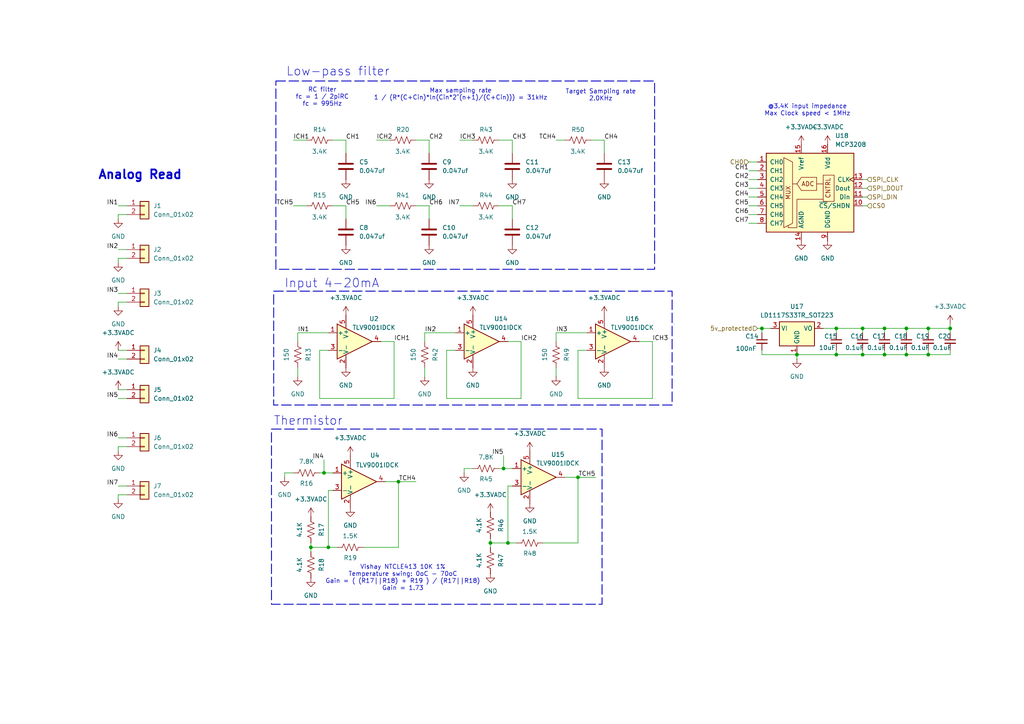
<source format=kicad_sch>
(kicad_sch (version 20231120) (generator "eeschema") (generator_version "8.0")
  (paper "A4")
  (lib_symbols
    (symbol "Amplifier_Operational:TLV9001IDCK" (pin_names (offset 0.127))
      (property "Reference" "U" (at 7.62 2.54 0))
      (property "Value" "TLV9001IDCK" (at 11.43 -2.54 0))
      (symbol "TLV9001IDCK_0_1"
        (polyline (pts (xy -2.54 5.08) (xy -2.54 -5.08) (xy 7.62 0) (xy -2.54 5.08)) (stroke (width 0.254)) (fill (type background)))
      )
      (symbol "TLV9001IDCK_1_1"
        (pin input line (at -5.08 2.54 0) (length 2.54) (name "+") (number "1"))
        (pin power_in line (at 0 -7.62 90) (length 3.81) (name "V-") (number "2"))
        (pin input line (at -5.08 -2.54 0) (length 2.54) (name "-") (number "3"))
        (pin output line (at 10.16 0 180) (length 2.54) (name "~") (number "4"))
        (pin power_in line (at 0 7.62 270) (length 3.81) (name "V+") (number "5"))
      )
    )
    (symbol "Analog_ADC:MCP3208" (pin_names (offset 1.016))
      (property "Reference" "U" (at -5.08 13.335 0))
      (property "Value" "MCP3208" (at -5.08 11.43 0))
      (symbol "MCP3208_0_0"
        (text "ADC" (at -0.635 1.27 0) (effects (font (size 1.27 1.27))))
        (text "CNTRL" (at 5.969 -2.921 900) (effects (font (size 1.27 1.27)) (justify left bottom)))
        (text "MUX" (at -6.35 -1.27 900) (effects (font (size 1.27 1.27))))
      )
      (symbol "MCP3208_0_1"
        (polyline (pts (xy -3.81 1.27) (xy -5.08 1.27)))
        (polyline (pts (xy 1.905 1.27) (xy 3.81 1.27)))
        (polyline (pts (xy -7.62 8.89) (xy -7.62 -11.43) (xy -5.08 -10.16) (xy -5.08 7.62) (xy -7.62 8.89)))
        (polyline (pts (xy 3.81 -3.175) (xy -3.81 -3.175) (xy -3.81 -11.43) (xy -6.35 -11.43) (xy -6.35 -10.795)))
        (polyline (pts (xy 1.905 3.175) (xy 1.905 -0.635) (xy -2.54 -0.635) (xy -3.81 1.27) (xy -2.54 3.175) (xy 1.905 3.175)))
        (rectangle (start 3.81 -3.81) (end 6.985 3.81))
        (rectangle (start 12.7 -12.7) (end -12.7 10.16) (stroke (width 0.254)) (fill (type background)))
      )
      (symbol "MCP3208_1_1"
        (pin input line (at -15.24 7.62 0) (length 2.54) (name "CH0") (number "1"))
        (pin input line (at 15.24 -5.08 180) (length 2.54) (name "~{CS}/SHDN") (number "10"))
        (pin input line (at 15.24 -2.54 180) (length 2.54) (name "Din") (number "11"))
        (pin output line (at 15.24 0 180) (length 2.54) (name "Dout") (number "12"))
        (pin input clock (at 15.24 2.54 180) (length 2.54) (name "CLK") (number "13"))
        (pin power_in line (at -2.54 -15.24 90) (length 2.54) (name "AGND") (number "14"))
        (pin power_in line (at -2.54 12.7 270) (length 2.54) (name "Vref") (number "15"))
        (pin power_in line (at 5.08 12.7 270) (length 2.54) (name "Vdd") (number "16"))
        (pin input line (at -15.24 5.08 0) (length 2.54) (name "CH1") (number "2"))
        (pin input line (at -15.24 2.54 0) (length 2.54) (name "CH2") (number "3"))
        (pin input line (at -15.24 0 0) (length 2.54) (name "CH3") (number "4"))
        (pin input line (at -15.24 -2.54 0) (length 2.54) (name "CH4") (number "5"))
        (pin input line (at -15.24 -5.08 0) (length 2.54) (name "CH5") (number "6"))
        (pin input line (at -15.24 -7.62 0) (length 2.54) (name "CH6") (number "7"))
        (pin input line (at -15.24 -10.16 0) (length 2.54) (name "CH7") (number "8"))
        (pin power_in line (at 5.08 -15.24 90) (length 2.54) (name "DGND") (number "9"))
      )
    )
    (symbol "Connector_Generic:Conn_01x02" (pin_names (offset 1.016) hide)
      (property "Reference" "J" (at 0 2.54 0))
      (property "Value" "Conn_01x02" (at 0 -5.08 0))
      (symbol "Conn_01x02_1_1"
        (rectangle (start -1.27 -2.413) (end 0 -2.667) (stroke (width 0.1524)))
        (rectangle (start -1.27 0.127) (end 0 -0.127) (stroke (width 0.1524)))
        (rectangle (start -1.27 1.27) (end 1.27 -3.81) (stroke (width 0.254)) (fill (type background)))
        (pin passive line (at -5.08 0 0) (length 3.81) (name "Pin_1") (number "1"))
        (pin passive line (at -5.08 -2.54 0) (length 3.81) (name "Pin_2") (number "2"))
      )
    )
    (symbol "Device:C" (pin_numbers hide) (pin_names (offset 0.254))
      (property "Reference" "C" (at 0.635 2.54 0))
      (property "Value" "C" (at 0.635 -2.54 0))
      (symbol "C_0_1"
        (polyline (pts (xy -2.032 -0.762) (xy 2.032 -0.762)) (stroke (width 0.508)))
        (polyline (pts (xy -2.032 0.762) (xy 2.032 0.762)) (stroke (width 0.508)))
      )
      (symbol "C_1_1"
        (pin passive line (at 0 3.81 270) (length 2.794) (name "~") (number "1"))
        (pin passive line (at 0 -3.81 90) (length 2.794) (name "~") (number "2"))
      )
    )
    (symbol "Device:C_Small" (pin_numbers hide) (pin_names (offset 0.254) hide)
      (property "Reference" "C" (at 0.254 1.778 0))
      (property "Value" "C_Small" (at 0.254 -2.032 0))
      (symbol "C_Small_0_1"
        (polyline (pts (xy -1.524 -0.508) (xy 1.524 -0.508)) (stroke (width 0.3302)))
        (polyline (pts (xy -1.524 0.508) (xy 1.524 0.508)) (stroke (width 0.3048)))
      )
      (symbol "C_Small_1_1"
        (pin passive line (at 0 2.54 270) (length 2.032) (name "~") (number "1"))
        (pin passive line (at 0 -2.54 90) (length 2.032) (name "~") (number "2"))
      )
    )
    (symbol "Device:R_US" (pin_numbers hide) (pin_names (offset 0))
      (property "Reference" "R" (at 2.54 0 90))
      (property "Value" "R_US" (at -2.54 0 90))
      (symbol "R_US_0_1"
        (polyline (pts (xy 0 -2.286) (xy 0 -2.54)))
        (polyline (pts (xy 0 2.286) (xy 0 2.54)))
        (polyline (pts (xy 0 -0.762) (xy 1.016 -1.143) (xy 0 -1.524) (xy -1.016 -1.905) (xy 0 -2.286)))
        (polyline (pts (xy 0 0.762) (xy 1.016 0.381) (xy 0 0) (xy -1.016 -0.381) (xy 0 -0.762)))
        (polyline (pts (xy 0 2.286) (xy 1.016 1.905) (xy 0 1.524) (xy -1.016 1.143) (xy 0 0.762)))
      )
      (symbol "R_US_1_1"
        (pin passive line (at 0 3.81 270) (length 1.27) (name "~") (number "1"))
        (pin passive line (at 0 -3.81 90) (length 1.27) (name "~") (number "2"))
      )
    )
    (symbol "Regulator_Linear:LD1117S33TR_SOT223"
      (property "Reference" "U" (at -3.81 3.175 0))
      (property "Value" "LD1117S33TR_SOT223" (at 0 3.175 0))
      (symbol "LD1117S33TR_SOT223_0_1"
        (rectangle (start -5.08 -5.08) (end 5.08 1.905) (stroke (width 0.254)) (fill (type background)))
      )
      (symbol "LD1117S33TR_SOT223_1_1"
        (pin power_in line (at 0 -7.62 90) (length 2.54) (name "GND") (number "1"))
        (pin power_out line (at 7.62 0 180) (length 2.54) (name "VO") (number "2"))
        (pin power_in line (at -7.62 0 0) (length 2.54) (name "VI") (number "3"))
      )
    )
    (symbol "power:+3.3VADC" (power) (pin_numbers hide) (pin_names (offset 0) hide)
      (property "Value" "+3.3VADC" (at 0 3.556 0))
      (symbol "+3.3VADC_0_0"
        (pin power_in line (at 0 0 90) (length 0) (name "~") (number "1"))
      )
      (symbol "+3.3VADC_0_1"
        (polyline (pts (xy -0.762 1.27) (xy 0 2.54)))
        (polyline (pts (xy 0 0) (xy 0 2.54)))
        (polyline (pts (xy 0 2.54) (xy 0.762 1.27)))
      )
    )
    (symbol "power:GND" (power) (pin_numbers hide) (pin_names (offset 0) hide)
      (property "Value" "GND" (at 0 -3.81 0))
      (symbol "GND_0_1"
        (polyline (pts (xy 0 0) (xy 0 -1.27) (xy 1.27 -1.27) (xy 0 -2.54) (xy -1.27 -1.27) (xy 0 -1.27)))
      )
      (symbol "GND_1_1"
        (pin power_in line (at 0 0 270) (length 0) (name "~") (number "1"))
      )
    )
  )
  (junction (at 275.59 95.25))
  (junction (at 269.24 95.25))
  (junction (at 115.57 139.7))
  (junction (at 262.89 95.25))
  (junction (at 250.19 102.87))
  (junction (at 167.64 138.43))
  (junction (at 250.19 95.25))
  (junction (at 256.54 95.25))
  (junction (at 93.98 137.16))
  (junction (at 95.25 158.75))
  (junction (at 231.14 102.87))
  (junction (at 262.89 102.87))
  (junction (at 220.98 95.25))
  (junction (at 256.54 102.87))
  (junction (at 90.17 158.75))
  (junction (at 242.57 102.87))
  (junction (at 269.24 102.87))
  (junction (at 142.24 157.48))
  (junction (at 147.32 157.48))
  (junction (at 146.05 135.89))
  (junction (at 242.57 95.25))
  (wire (pts (xy 142.24 157.48) (xy 142.24 158.75)))
  (wire (pts (xy 36.83 74.93) (xy 34.29 74.93)))
  (wire (pts (xy 220.98 95.25) (xy 223.52 95.25)))
  (wire (pts (xy 109.22 40.64) (xy 113.03 40.64)))
  (wire (pts (xy 256.54 101.6) (xy 256.54 102.87)))
  (wire (pts (xy 34.29 74.93) (xy 34.29 76.2)))
  (wire (pts (xy 161.29 106.68) (xy 161.29 109.22)))
  (wire (pts (xy 129.54 101.6) (xy 132.08 101.6)))
  (wire (pts (xy 36.83 129.54) (xy 34.29 129.54)))
  (wire (pts (xy 34.29 62.23) (xy 34.29 63.5)))
  (wire (pts (xy 96.52 40.64) (xy 100.33 40.64)))
  (wire (pts (xy 217.17 49.53) (xy 219.71 49.53)))
  (wire (pts (xy 167.64 138.43) (xy 172.72 138.43)))
  (wire (pts (xy 114.3 115.57) (xy 92.71 115.57)))
  (wire (pts (xy 242.57 101.6) (xy 242.57 102.87)))
  (wire (pts (xy 217.17 62.23) (xy 219.71 62.23)))
  (wire (pts (xy 262.89 95.25) (xy 262.89 96.52)))
  (wire (pts (xy 95.25 142.24) (xy 96.52 142.24)))
  (wire (pts (xy 147.32 140.97) (xy 148.59 140.97)))
  (wire (pts (xy 161.29 40.64) (xy 163.83 40.64)))
  (wire (pts (xy 134.62 135.89) (xy 134.62 137.16)))
  (wire (pts (xy 250.19 101.6) (xy 250.19 102.87)))
  (wire (pts (xy 242.57 95.25) (xy 250.19 95.25)))
  (wire (pts (xy 147.32 157.48) (xy 147.32 140.97)))
  (wire (pts (xy 93.98 133.35) (xy 93.98 137.16)))
  (wire (pts (xy 95.25 158.75) (xy 95.25 142.24)))
  (wire (pts (xy 36.83 104.14) (xy 34.29 104.14)))
  (wire (pts (xy 123.19 106.68) (xy 123.19 109.22)))
  (wire (pts (xy 167.64 138.43) (xy 167.64 157.48)))
  (wire (pts (xy 275.59 93.98) (xy 275.59 95.25)))
  (wire (pts (xy 151.13 99.06) (xy 151.13 115.57)))
  (wire (pts (xy 123.19 96.52) (xy 123.19 99.06)))
  (wire (pts (xy 217.17 46.99) (xy 219.71 46.99)))
  (wire (pts (xy 146.05 132.08) (xy 146.05 135.89)))
  (wire (pts (xy 85.09 137.16) (xy 82.55 137.16)))
  (wire (pts (xy 262.89 101.6) (xy 262.89 102.87)))
  (wire (pts (xy 96.52 59.69) (xy 100.33 59.69)))
  (wire (pts (xy 92.71 137.16) (xy 93.98 137.16)))
  (wire (pts (xy 34.29 85.09) (xy 36.83 85.09)))
  (wire (pts (xy 115.57 139.7) (xy 115.57 158.75)))
  (wire (pts (xy 144.78 59.69) (xy 148.59 59.69)))
  (wire (pts (xy 269.24 95.25) (xy 269.24 96.52)))
  (wire (pts (xy 275.59 95.25) (xy 275.59 96.52)))
  (wire (pts (xy 242.57 95.25) (xy 242.57 96.52)))
  (wire (pts (xy 167.64 157.48) (xy 157.48 157.48)))
  (wire (pts (xy 250.19 95.25) (xy 250.19 96.52)))
  (wire (pts (xy 147.32 99.06) (xy 151.13 99.06)))
  (wire (pts (xy 34.29 87.63) (xy 34.29 88.9)))
  (wire (pts (xy 36.83 62.23) (xy 34.29 62.23)))
  (wire (pts (xy 250.19 102.87) (xy 256.54 102.87)))
  (wire (pts (xy 262.89 102.87) (xy 269.24 102.87)))
  (wire (pts (xy 115.57 139.7) (xy 120.65 139.7)))
  (wire (pts (xy 90.17 157.48) (xy 90.17 158.75)))
  (wire (pts (xy 86.36 106.68) (xy 86.36 109.22)))
  (wire (pts (xy 217.17 54.61) (xy 219.71 54.61)))
  (wire (pts (xy 149.86 157.48) (xy 147.32 157.48)))
  (wire (pts (xy 231.14 102.87) (xy 231.14 104.14)))
  (wire (pts (xy 242.57 102.87) (xy 231.14 102.87)))
  (wire (pts (xy 97.79 158.75) (xy 95.25 158.75)))
  (wire (pts (xy 220.98 102.87) (xy 231.14 102.87)))
  (wire (pts (xy 109.22 59.69) (xy 113.03 59.69)))
  (wire (pts (xy 256.54 95.25) (xy 262.89 95.25)))
  (wire (pts (xy 95.25 158.75) (xy 90.17 158.75)))
  (wire (pts (xy 250.19 57.15) (xy 251.46 57.15)))
  (wire (pts (xy 34.29 143.51) (xy 34.29 144.78)))
  (wire (pts (xy 34.29 59.69) (xy 36.83 59.69)))
  (wire (pts (xy 100.33 40.64) (xy 100.33 44.45)))
  (wire (pts (xy 124.46 59.69) (xy 124.46 63.5)))
  (wire (pts (xy 34.29 127) (xy 36.83 127)))
  (wire (pts (xy 269.24 95.25) (xy 275.59 95.25)))
  (wire (pts (xy 133.35 59.69) (xy 137.16 59.69)))
  (wire (pts (xy 148.59 40.64) (xy 148.59 44.45)))
  (wire (pts (xy 34.29 129.54) (xy 34.29 130.81)))
  (wire (pts (xy 144.78 40.64) (xy 148.59 40.64)))
  (wire (pts (xy 142.24 156.21) (xy 142.24 157.48)))
  (wire (pts (xy 163.83 138.43) (xy 167.64 138.43)))
  (wire (pts (xy 275.59 101.6) (xy 275.59 102.87)))
  (wire (pts (xy 111.76 139.7) (xy 115.57 139.7)))
  (wire (pts (xy 250.19 54.61) (xy 251.46 54.61)))
  (wire (pts (xy 36.83 115.57) (xy 34.29 115.57)))
  (wire (pts (xy 123.19 96.52) (xy 132.08 96.52)))
  (wire (pts (xy 82.55 137.16) (xy 82.55 138.43)))
  (wire (pts (xy 100.33 59.69) (xy 100.33 63.5)))
  (wire (pts (xy 115.57 158.75) (xy 105.41 158.75)))
  (wire (pts (xy 93.98 137.16) (xy 96.52 137.16)))
  (wire (pts (xy 238.76 95.25) (xy 242.57 95.25)))
  (wire (pts (xy 217.17 64.77) (xy 219.71 64.77)))
  (wire (pts (xy 34.29 101.6) (xy 36.83 101.6)))
  (wire (pts (xy 262.89 95.25) (xy 269.24 95.25)))
  (wire (pts (xy 124.46 40.64) (xy 124.46 44.45)))
  (wire (pts (xy 217.17 52.07) (xy 219.71 52.07)))
  (wire (pts (xy 256.54 95.25) (xy 256.54 96.52)))
  (wire (pts (xy 92.71 115.57) (xy 92.71 101.6)))
  (wire (pts (xy 250.19 59.69) (xy 251.46 59.69)))
  (wire (pts (xy 217.17 59.69) (xy 219.71 59.69)))
  (wire (pts (xy 167.64 101.6) (xy 170.18 101.6)))
  (wire (pts (xy 34.29 113.03) (xy 36.83 113.03)))
  (wire (pts (xy 220.98 101.6) (xy 220.98 102.87)))
  (wire (pts (xy 114.3 99.06) (xy 114.3 115.57)))
  (wire (pts (xy 161.29 96.52) (xy 161.29 99.06)))
  (wire (pts (xy 256.54 102.87) (xy 262.89 102.87)))
  (wire (pts (xy 36.83 87.63) (xy 34.29 87.63)))
  (wire (pts (xy 175.26 40.64) (xy 175.26 44.45)))
  (wire (pts (xy 189.23 99.06) (xy 189.23 115.57)))
  (wire (pts (xy 242.57 102.87) (xy 250.19 102.87)))
  (wire (pts (xy 219.71 95.25) (xy 220.98 95.25)))
  (wire (pts (xy 220.98 95.25) (xy 220.98 96.52)))
  (wire (pts (xy 167.64 115.57) (xy 167.64 101.6)))
  (wire (pts (xy 34.29 140.97) (xy 36.83 140.97)))
  (wire (pts (xy 120.65 40.64) (xy 124.46 40.64)))
  (wire (pts (xy 90.17 158.75) (xy 90.17 160.02)))
  (wire (pts (xy 147.32 157.48) (xy 142.24 157.48)))
  (wire (pts (xy 133.35 40.64) (xy 137.16 40.64)))
  (wire (pts (xy 148.59 59.69) (xy 148.59 63.5)))
  (wire (pts (xy 92.71 101.6) (xy 95.25 101.6)))
  (wire (pts (xy 161.29 96.52) (xy 170.18 96.52)))
  (wire (pts (xy 250.19 95.25) (xy 256.54 95.25)))
  (wire (pts (xy 86.36 96.52) (xy 86.36 99.06)))
  (wire (pts (xy 137.16 135.89) (xy 134.62 135.89)))
  (wire (pts (xy 250.19 52.07) (xy 251.46 52.07)))
  (wire (pts (xy 110.49 99.06) (xy 114.3 99.06)))
  (wire (pts (xy 86.36 96.52) (xy 95.25 96.52)))
  (wire (pts (xy 189.23 115.57) (xy 167.64 115.57)))
  (wire (pts (xy 269.24 102.87) (xy 275.59 102.87)))
  (wire (pts (xy 217.17 57.15) (xy 219.71 57.15)))
  (wire (pts (xy 36.83 143.51) (xy 34.29 143.51)))
  (wire (pts (xy 129.54 115.57) (xy 129.54 101.6)))
  (wire (pts (xy 85.09 40.64) (xy 88.9 40.64)))
  (wire (pts (xy 144.78 135.89) (xy 146.05 135.89)))
  (wire (pts (xy 120.65 59.69) (xy 124.46 59.69)))
  (wire (pts (xy 146.05 135.89) (xy 148.59 135.89)))
  (wire (pts (xy 151.13 115.57) (xy 129.54 115.57)))
  (wire (pts (xy 171.45 40.64) (xy 175.26 40.64)))
  (wire (pts (xy 269.24 101.6) (xy 269.24 102.87)))
  (wire (pts (xy 185.42 99.06) (xy 189.23 99.06)))
  (wire (pts (xy 34.29 72.39) (xy 36.83 72.39)))
  (wire (pts (xy 85.09 59.69) (xy 88.9 59.69)))
  (rectangle (start 195.58 93.98) (end 195.58 93.98))
  (rectangle (start 80.01 23.495) (end 189.865 78.105) (stroke (width 0.254) (type dash)))
  (rectangle (start 78.74 124.46) (end 174.625 175.26) (stroke (width 0.254) (type dash)))
  (rectangle (start 79.375 84.455) (end 194.945 117.475) (stroke (width 0.254) (type dash)))
  (text "RC filter\nfc = 1 / 2piRC\nfc = 995Hz" (at 93.472 28.194 0) (effects (font (size 1.27 1.27))))
  (text "Low-pass filter" (at 98.044 20.828 0) (effects (font (size 2.54 2.54))))
  (text "Input 4-20mA\n" (at 96.266 82.296 0) (effects (font (size 2.54 2.54))))
  (text "Thermistor" (at 89.408 122.174 0) (effects (font (size 2.54 2.54))))
  (text "Target Sampling rate\n2.0KHz\n" (at 174.244 27.686 0) (effects (font (size 1.27 1.27))))
  (text "Vishay NTCLE413 10K 1%\nTemperature swing: 0oC - 70oC\nGain = ( (R17||R18) + R19 ) / (R17||R18)\nGain = 1.73" (at 116.84 167.64 0) (effects (font (size 1.27 1.27))))
  (text "Max sampling rate\n1 / (R*(C+Cin)*ln(Cin*2^(n+1)/(C+Cin))) = 31kHz" (at 133.604 27.432 0) (effects (font (size 1.27 1.27))))
  (text "@3.4K input impedance\nMax Clock speed < 1MHz\n" (at 234.188 32.004 0) (effects (font (size 1.27 1.27))))
  (text "Analog Read" (at 40.64 50.8 0) (effects (font (size 2.54 2.54) (thickness 0.508) (bold yes))))
  (label "ICH1" (at 114.3 99.06 0))
  (label "CH2" (at 217.17 52.07 180))
  (label "IN1" (at 86.36 96.52 0))
  (label "ICH2" (at 151.13 99.06 0))
  (label "CH5" (at 217.17 59.69 180))
  (label "ICH1" (at 85.09 40.64 0))
  (label "CH1" (at 100.33 40.64 0))
  (label "TCH5" (at 85.09 59.69 180))
  (label "CH4" (at 217.17 57.15 180))
  (label "IN1" (at 34.29 59.69 180))
  (label "CH4" (at 175.26 40.64 0))
  (label "IN3" (at 161.29 96.52 0))
  (label "CH5" (at 100.33 59.69 0))
  (label "IN4" (at 93.98 133.35 180))
  (label "CH6" (at 217.17 62.23 180))
  (label "TCH4" (at 161.29 40.64 180))
  (label "IN6" (at 109.22 59.69 180))
  (label "TCH4" (at 120.65 139.7 180))
  (label "CH2" (at 124.46 40.64 0))
  (label "CH1" (at 217.17 49.53 180))
  (label "IN7" (at 133.35 59.69 180))
  (label "IN2" (at 123.19 96.52 0))
  (label "ICH3" (at 189.23 99.06 0))
  (label "IN6" (at 34.29 127 180))
  (label "CH3" (at 148.59 40.64 0))
  (label "IN7" (at 34.29 140.97 180))
  (label "CH7" (at 217.17 64.77 180))
  (label "IN4" (at 34.29 104.14 180))
  (label "TCH5" (at 172.72 138.43 180))
  (label "CH3" (at 217.17 54.61 180))
  (label "IN3" (at 34.29 85.09 180))
  (label "IN5" (at 34.29 115.57 180))
  (label "IN2" (at 34.29 72.39 180))
  (label "ICH2" (at 109.22 40.64 0))
  (label "CH6" (at 124.46 59.69 0))
  (label "CH7" (at 148.59 59.69 0))
  (label "IN5" (at 146.05 132.08 180))
  (label "ICH3" (at 133.35 40.64 0))
  (hierarchical_label "SPI_DIN" (shape input) (at 251.46 57.15 0))
  (hierarchical_label "SPI_CLK" (shape input) (at 251.46 52.07 0))
  (hierarchical_label "CH0" (shape input) (at 217.17 46.99 180))
  (hierarchical_label "CS0" (shape input) (at 251.46 59.69 0))
  (hierarchical_label "5v_protected" (shape input) (at 219.71 95.25 180))
  (hierarchical_label "SPI_DOUT" (shape input) (at 251.46 54.61 0))
  (symbol (lib_id "power:+3.3VADC") (at 34.29 101.6 0) (unit 1)
    (property "Reference" "#PWR022" (effects (hide yes)))
    (property "Value" "+3.3VADC" (at 34.29 96.52 0))
    (property "Description" "Power symbol creates a global label with name \"+3.3VADC\"" (effects (hide yes)))
  )
  (symbol (lib_id "Amplifier_Operational:TLV9001IDCK") (at 153.67 138.43 0) (unit 1)
    (property "Reference" "U15" (at 161.798 131.826 0))
    (property "Value" "TLV9001IDCK" (at 161.798 134.366 0))
    (property "Footprint" "Package_TO_SOT_SMD:SOT-353_SC-70-5" (effects (hide yes)))
    (property "Datasheet" "https://www.ti.com/lit/ds/symlink/tlv9001.pdf" (effects (hide yes)))
    (property "Description" "Low-power, Rail-to-Rail, 1MHz Operational Amplifier, SOT-353" (effects (hide yes)))
  )
  (symbol (lib_id "Device:R_US") (at 153.67 157.48 90) (unit 1)
    (property "Reference" "R48" (at 153.67 160.528 90))
    (property "Value" "1.5K" (at 153.67 154.178 90))
    (property "Footprint" "Resistor_SMD:R_0603_1608Metric_Pad0.98x0.95mm_HandSolder" (effects (hide yes)))
    (property "Description" "Resistor, US symbol" (effects (hide yes)))
  )
  (symbol (lib_id "power:+3.3VADC") (at 100.33 91.44 0) (unit 1)
    (property "Reference" "#PWR053" (effects (hide yes)))
    (property "Value" "+3.3VADC" (at 100.33 86.36 0))
    (property "Description" "Power symbol creates a global label with name \"+3.3VADC\"" (effects (hide yes)))
  )
  (symbol (lib_id "Device:R_US") (at 116.84 40.64 270) (unit 1)
    (property "Reference" "R20" (at 116.84 37.592 90))
    (property "Value" "3.4K" (at 116.84 43.942 90))
    (property "Footprint" "Resistor_SMD:R_0603_1608Metric_Pad0.98x0.95mm_HandSolder" (effects (hide yes)))
    (property "Description" "Resistor, US symbol" (effects (hide yes)))
  )
  (symbol (lib_id "power:GND") (at 34.29 63.5 0) (unit 1)
    (property "Reference" "#PWR019" (effects (hide yes)))
    (property "Value" "GND" (at 34.29 68.58 0))
    (property "Description" "Power symbol creates a global label with name \"GND\" , ground" (effects (hide yes)))
  )
  (symbol (lib_id "power:GND") (at 34.29 130.81 0) (unit 1)
    (property "Reference" "#PWR024" (effects (hide yes)))
    (property "Value" "GND" (at 34.29 135.89 0))
    (property "Description" "Power symbol creates a global label with name \"GND\" , ground" (effects (hide yes)))
  )
  (symbol (lib_id "Analog_ADC:MCP3208") (at 234.95 54.61 0) (unit 1)
    (property "Reference" "U18" (at 242.2241 39.37 0) (effects (justify left)))
    (property "Value" "MCP3208" (at 242.2241 41.91 0) (effects (justify left)))
    (property "Footprint" "Package_DIP:DIP-16_W7.62mm_Socket" (effects (hide yes)))
    (property "Datasheet" "http://ww1.microchip.com/downloads/en/DeviceDoc/21298c.pdf" (effects (hide yes)))
    (property "Description" "A/D Converter, 12-Bit, 8-Channel, SPI Interface , 2.7V-5.5V" (effects (hide yes)))
  )
  (symbol (lib_id "Device:R_US") (at 142.24 152.4 180) (unit 1)
    (property "Reference" "R46" (at 145.288 152.4 90))
    (property "Value" "4.1K" (at 138.938 152.4 90))
    (property "Footprint" "Resistor_SMD:R_0603_1608Metric_Pad0.98x0.95mm_HandSolder" (effects (hide yes)))
    (property "Description" "Resistor, US symbol" (effects (hide yes)))
  )
  (symbol (lib_id "Device:C") (at 100.33 67.31 0) (unit 1)
    (property "Reference" "C8" (at 104.14 66.0399 0) (effects (justify left)))
    (property "Value" "0.047uf" (at 104.14 68.5799 0) (effects (justify left)))
    (property "Footprint" "Capacitor_SMD:C_0603_1608Metric" (effects (hide yes)))
    (property "Description" "Unpolarized capacitor" (effects (hide yes)))
  )
  (symbol (lib_id "Device:C") (at 124.46 67.31 0) (unit 1)
    (property "Reference" "C10" (at 128.27 66.0399 0) (effects (justify left)))
    (property "Value" "0.047uf" (at 128.27 68.5799 0) (effects (justify left)))
    (property "Footprint" "Capacitor_SMD:C_0603_1608Metric" (effects (hide yes)))
    (property "Description" "Unpolarized capacitor" (effects (hide yes)))
  )
  (symbol (lib_id "power:GND") (at 148.59 52.07 0) (unit 1)
    (property "Reference" "#PWR088" (effects (hide yes)))
    (property "Value" "GND" (at 148.59 57.15 0))
    (property "Description" "Power symbol creates a global label with name \"GND\" , ground" (effects (hide yes)))
  )
  (symbol (lib_id "Device:C_Small") (at 256.54 99.06 0) (unit 1)
    (property "Reference" "C17" (at 252.984 97.536 0) (effects (justify left)))
    (property "Value" "0.1uF" (at 251.46 100.838 0) (effects (justify left)))
    (property "Footprint" "Capacitor_SMD:C_0603_1608Metric_Pad1.08x0.95mm_HandSolder" (effects (hide yes)))
    (property "Description" "Unpolarized capacitor, small symbol" (effects (hide yes)))
  )
  (symbol (lib_id "Device:C_Small") (at 250.19 99.06 0) (unit 1)
    (property "Reference" "C16" (at 246.634 97.536 0) (effects (justify left)))
    (property "Value" "0.1uF" (at 245.11 100.838 0) (effects (justify left)))
    (property "Footprint" "Capacitor_SMD:C_0603_1608Metric_Pad1.08x0.95mm_HandSolder" (effects (hide yes)))
    (property "Description" "Unpolarized capacitor, small symbol" (effects (hide yes)))
  )
  (symbol (lib_id "Connector_Generic:Conn_01x02") (at 41.91 140.97 0) (unit 1)
    (property "Reference" "J7" (at 44.45 140.9699 0) (effects (justify left)))
    (property "Value" "Conn_01x02" (at 44.45 143.5099 0) (effects (justify left)))
    (property "Footprint" "Connector_Phoenix_MC:PhoenixContact_MC_1,5_2-G-3.81_1x02_P3.81mm_Horizontal" (effects (hide yes)))
    (property "Description" "Generic connector, single row, 01x02, script generated (kicad-library-utils/schlib/autogen/connector/)" (effects (hide yes)))
  )
  (symbol (lib_id "power:+3.3VADC") (at 240.03 41.91 0) (unit 1)
    (property "Reference" "#PWR099" (effects (hide yes)))
    (property "Value" "+3.3VADC" (at 240.03 36.83 0))
    (property "Description" "Power symbol creates a global label with name \"+3.3VADC\"" (effects (hide yes)))
  )
  (symbol (lib_id "power:+3.3VADC") (at 275.59 93.98 0) (unit 1)
    (property "Reference" "#PWR0101" (effects (hide yes)))
    (property "Value" "+3.3VADC" (at 275.59 88.9 0))
    (property "Description" "Power symbol creates a global label with name \"+3.3VADC\"" (effects (hide yes)))
  )
  (symbol (lib_id "Device:R_US") (at 92.71 59.69 270) (unit 1)
    (property "Reference" "R15" (at 92.71 56.642 90))
    (property "Value" "3.4K" (at 92.71 62.992 90))
    (property "Footprint" "Resistor_SMD:R_0603_1608Metric_Pad0.98x0.95mm_HandSolder" (effects (hide yes)))
    (property "Description" "Resistor, US symbol" (effects (hide yes)))
  )
  (symbol (lib_id "power:GND") (at 101.6 147.32 0) (unit 1)
    (property "Reference" "#PWR056" (effects (hide yes)))
    (property "Value" "GND" (at 101.6 152.4 0))
    (property "Description" "Power symbol creates a global label with name \"GND\" , ground" (effects (hide yes)))
  )
  (symbol (lib_id "power:GND") (at 175.26 52.07 0) (unit 1)
    (property "Reference" "#PWR093" (effects (hide yes)))
    (property "Value" "GND" (at 175.26 57.15 0))
    (property "Description" "Power symbol creates a global label with name \"GND\" , ground" (effects (hide yes)))
  )
  (symbol (lib_id "power:GND") (at 34.29 88.9 0) (unit 1)
    (property "Reference" "#PWR021" (effects (hide yes)))
    (property "Value" "GND" (at 34.29 93.98 0))
    (property "Description" "Power symbol creates a global label with name \"GND\" , ground" (effects (hide yes)))
  )
  (symbol (lib_id "power:GND") (at 137.16 106.68 0) (unit 1)
    (property "Reference" "#PWR085" (effects (hide yes)))
    (property "Value" "GND" (at 137.16 111.76 0))
    (property "Description" "Power symbol creates a global label with name \"GND\" , ground" (effects (hide yes)))
  )
  (symbol (lib_id "power:GND") (at 100.33 52.07 0) (unit 1)
    (property "Reference" "#PWR030" (effects (hide yes)))
    (property "Value" "GND" (at 100.33 57.15 0))
    (property "Description" "Power symbol creates a global label with name \"GND\" , ground" (effects (hide yes)))
  )
  (symbol (lib_id "power:+3.3VADC") (at 101.6 132.08 0) (unit 1)
    (property "Reference" "#PWR055" (effects (hide yes)))
    (property "Value" "+3.3VADC" (at 101.6 127 0))
    (property "Description" "Power symbol creates a global label with name \"+3.3VADC\"" (effects (hide yes)))
  )
  (symbol (lib_id "Amplifier_Operational:TLV9001IDCK") (at 175.26 99.06 0) (unit 1)
    (property "Reference" "U16" (at 183.388 92.456 0))
    (property "Value" "TLV9001IDCK" (at 183.388 94.996 0))
    (property "Footprint" "Package_TO_SOT_SMD:SOT-353_SC-70-5" (effects (hide yes)))
    (property "Datasheet" "https://www.ti.com/lit/ds/symlink/tlv9001.pdf" (effects (hide yes)))
    (property "Description" "Low-power, Rail-to-Rail, 1MHz Operational Amplifier, SOT-353" (effects (hide yes)))
  )
  (symbol (lib_id "power:GND") (at 34.29 76.2 0) (unit 1)
    (property "Reference" "#PWR020" (effects (hide yes)))
    (property "Value" "GND" (at 34.29 81.28 0))
    (property "Description" "Power symbol creates a global label with name \"GND\" , ground" (effects (hide yes)))
  )
  (symbol (lib_id "power:GND") (at 161.29 109.22 0) (unit 1)
    (property "Reference" "#PWR092" (effects (hide yes)))
    (property "Value" "GND" (at 161.29 114.3 0))
    (property "Description" "Power symbol creates a global label with name \"GND\" , ground" (effects (hide yes)))
  )
  (symbol (lib_id "power:GND") (at 100.33 71.12 0) (unit 1)
    (property "Reference" "#PWR052" (effects (hide yes)))
    (property "Value" "GND" (at 100.33 76.2 0))
    (property "Description" "Power symbol creates a global label with name \"GND\" , ground" (effects (hide yes)))
  )
  (symbol (lib_id "Device:R_US") (at 116.84 59.69 270) (unit 1)
    (property "Reference" "R41" (at 116.84 56.642 90))
    (property "Value" "3.4K" (at 116.84 62.992 90))
    (property "Footprint" "Resistor_SMD:R_0603_1608Metric_Pad0.98x0.95mm_HandSolder" (effects (hide yes)))
    (property "Description" "Resistor, US symbol" (effects (hide yes)))
  )
  (symbol (lib_id "power:GND") (at 142.24 166.37 0) (unit 1)
    (property "Reference" "#PWR087" (effects (hide yes)))
    (property "Value" "GND" (at 142.24 171.45 0))
    (property "Description" "Power symbol creates a global label with name \"GND\" , ground" (effects (hide yes)))
  )
  (symbol (lib_id "Device:C") (at 124.46 48.26 0) (unit 1)
    (property "Reference" "C9" (at 128.27 46.9899 0) (effects (justify left)))
    (property "Value" "0.047uf" (at 128.27 49.5299 0) (effects (justify left)))
    (property "Footprint" "Capacitor_SMD:C_0603_1608Metric" (effects (hide yes)))
    (property "Description" "Unpolarized capacitor" (effects (hide yes)))
  )
  (symbol (lib_id "Device:C_Small") (at 269.24 99.06 0) (unit 1)
    (property "Reference" "C19" (at 265.684 97.536 0) (effects (justify left)))
    (property "Value" "0.1uF" (at 264.16 100.838 0) (effects (justify left)))
    (property "Footprint" "Capacitor_SMD:C_0603_1608Metric_Pad1.08x0.95mm_HandSolder" (effects (hide yes)))
    (property "Description" "Unpolarized capacitor, small symbol" (effects (hide yes)))
  )
  (symbol (lib_id "power:GND") (at 232.41 69.85 0) (unit 1)
    (property "Reference" "#PWR098" (effects (hide yes)))
    (property "Value" "GND" (at 232.41 74.93 0))
    (property "Description" "Power symbol creates a global label with name \"GND\" , ground" (effects (hide yes)))
  )
  (symbol (lib_id "power:+3.3VADC") (at 137.16 91.44 0) (unit 1)
    (property "Reference" "#PWR067" (effects (hide yes)))
    (property "Value" "+3.3VADC" (at 137.16 86.36 0))
    (property "Description" "Power symbol creates a global label with name \"+3.3VADC\"" (effects (hide yes)))
  )
  (symbol (lib_id "power:GND") (at 134.62 137.16 0) (unit 1)
    (property "Reference" "#PWR066" (effects (hide yes)))
    (property "Value" "GND" (at 134.62 142.24 0))
    (property "Description" "Power symbol creates a global label with name \"GND\" , ground" (effects (hide yes)))
  )
  (symbol (lib_id "Device:R_US") (at 90.17 163.83 180) (unit 1)
    (property "Reference" "R18" (at 93.218 163.83 90))
    (property "Value" "4.1K" (at 86.868 163.83 90))
    (property "Footprint" "Resistor_SMD:R_0603_1608Metric_Pad0.98x0.95mm_HandSolder" (effects (hide yes)))
    (property "Description" "Resistor, US symbol" (effects (hide yes)))
  )
  (symbol (lib_id "power:+3.3VADC") (at 232.41 41.91 0) (unit 1)
    (property "Reference" "#PWR097" (effects (hide yes)))
    (property "Value" "+3.3VADC" (at 232.41 36.83 0))
    (property "Description" "Power symbol creates a global label with name \"+3.3VADC\"" (effects (hide yes)))
  )
  (symbol (lib_id "power:GND") (at 153.67 146.05 0) (unit 1)
    (property "Reference" "#PWR091" (effects (hide yes)))
    (property "Value" "GND" (at 153.67 151.13 0))
    (property "Description" "Power symbol creates a global label with name \"GND\" , ground" (effects (hide yes)))
  )
  (symbol (lib_id "Device:R_US") (at 161.29 102.87 180) (unit 1)
    (property "Reference" "R49" (at 164.338 102.87 90))
    (property "Value" "150" (at 157.988 102.87 90))
    (property "Footprint" "Resistor_SMD:R_0603_1608Metric_Pad0.98x0.95mm_HandSolder" (effects (hide yes)))
    (property "Description" "Resistor, US symbol" (effects (hide yes)))
  )
  (symbol (lib_id "Device:C") (at 175.26 48.26 0) (unit 1)
    (property "Reference" "C13" (at 179.07 46.9899 0) (effects (justify left)))
    (property "Value" "0.047uf" (at 179.07 49.5299 0) (effects (justify left)))
    (property "Footprint" "Capacitor_SMD:C_0603_1608Metric" (effects (hide yes)))
    (property "Description" "Unpolarized capacitor" (effects (hide yes)))
  )
  (symbol (lib_id "Device:R_US") (at 140.97 135.89 90) (unit 1)
    (property "Reference" "R45" (at 140.97 138.938 90))
    (property "Value" "7.8K" (at 140.97 132.588 90))
    (property "Footprint" "Resistor_SMD:R_0603_1608Metric_Pad0.98x0.95mm_HandSolder" (effects (hide yes)))
    (property "Description" "Resistor, US symbol" (effects (hide yes)))
  )
  (symbol (lib_id "Device:C_Small") (at 275.59 99.06 0) (unit 1)
    (property "Reference" "C20" (at 272.034 97.536 0) (effects (justify left)))
    (property "Value" "0.1uF" (at 270.51 100.838 0) (effects (justify left)))
    (property "Footprint" "Capacitor_SMD:C_0603_1608Metric_Pad1.08x0.95mm_HandSolder" (effects (hide yes)))
    (property "Description" "Unpolarized capacitor, small symbol" (effects (hide yes)))
  )
  (symbol (lib_id "Device:C") (at 148.59 48.26 0) (unit 1)
    (property "Reference" "C11" (at 152.4 46.9899 0) (effects (justify left)))
    (property "Value" "0.047uf" (at 152.4 49.5299 0) (effects (justify left)))
    (property "Footprint" "Capacitor_SMD:C_0603_1608Metric" (effects (hide yes)))
    (property "Description" "Unpolarized capacitor" (effects (hide yes)))
  )
  (symbol (lib_id "Device:R_US") (at 167.64 40.64 270) (unit 1)
    (property "Reference" "R50" (at 167.64 37.592 90))
    (property "Value" "3.4K" (at 167.64 43.942 90))
    (property "Footprint" "Resistor_SMD:R_0603_1608Metric_Pad0.98x0.95mm_HandSolder" (effects (hide yes)))
    (property "Description" "Resistor, US symbol" (effects (hide yes)))
  )
  (symbol (lib_id "Connector_Generic:Conn_01x02") (at 41.91 101.6 0) (unit 1)
    (property "Reference" "J4" (at 44.45 101.5999 0) (effects (justify left)))
    (property "Value" "Conn_01x02" (at 44.45 104.1399 0) (effects (justify left)))
    (property "Footprint" "Connector_Phoenix_MC:PhoenixContact_MC_1,5_2-G-3.81_1x02_P3.81mm_Horizontal" (effects (hide yes)))
    (property "Description" "Generic connector, single row, 01x02, script generated (kicad-library-utils/schlib/autogen/connector/)" (effects (hide yes)))
  )
  (symbol (lib_id "Amplifier_Operational:TLV9001IDCK") (at 100.33 99.06 0) (unit 1)
    (property "Reference" "U2" (at 108.458 92.456 0))
    (property "Value" "TLV9001IDCK" (at 108.458 94.996 0))
    (property "Footprint" "Package_TO_SOT_SMD:SOT-353_SC-70-5" (effects (hide yes)))
    (property "Datasheet" "https://www.ti.com/lit/ds/symlink/tlv9001.pdf" (effects (hide yes)))
    (property "Description" "Low-power, Rail-to-Rail, 1MHz Operational Amplifier, SOT-353" (effects (hide yes)))
  )
  (symbol (lib_id "Device:C") (at 148.59 67.31 0) (unit 1)
    (property "Reference" "C12" (at 152.4 66.0399 0) (effects (justify left)))
    (property "Value" "0.047uf" (at 152.4 68.5799 0) (effects (justify left)))
    (property "Footprint" "Capacitor_SMD:C_0603_1608Metric" (effects (hide yes)))
    (property "Description" "Unpolarized capacitor" (effects (hide yes)))
  )
  (symbol (lib_id "power:GND") (at 124.46 71.12 0) (unit 1)
    (property "Reference" "#PWR059" (effects (hide yes)))
    (property "Value" "GND" (at 124.46 76.2 0))
    (property "Description" "Power symbol creates a global label with name \"GND\" , ground" (effects (hide yes)))
  )
  (symbol (lib_id "Device:R_US") (at 140.97 59.69 270) (unit 1)
    (property "Reference" "R44" (at 140.97 56.642 90))
    (property "Value" "3.4K" (at 140.97 62.992 90))
    (property "Footprint" "Resistor_SMD:R_0603_1608Metric_Pad0.98x0.95mm_HandSolder" (effects (hide yes)))
    (property "Description" "Resistor, US symbol" (effects (hide yes)))
  )
  (symbol (lib_id "power:+3.3VADC") (at 142.24 148.59 0) (unit 1)
    (property "Reference" "#PWR086" (effects (hide yes)))
    (property "Value" "+3.3VADC" (at 142.24 143.51 0))
    (property "Description" "Power symbol creates a global label with name \"+3.3VADC\"" (effects (hide yes)))
  )
  (symbol (lib_id "Device:C_Small") (at 220.98 99.06 0) (unit 1)
    (property "Reference" "C14" (at 216.154 97.536 0) (effects (justify left)))
    (property "Value" "100nF" (at 213.36 101.092 0) (effects (justify left)))
    (property "Footprint" "Capacitor_SMD:C_0805_2012Metric" (effects (hide yes)))
    (property "Description" "Unpolarized capacitor, small symbol" (effects (hide yes)))
  )
  (symbol (lib_id "power:+3.3VADC") (at 90.17 149.86 0) (unit 1)
    (property "Reference" "#PWR028" (effects (hide yes)))
    (property "Value" "+3.3VADC" (at 90.17 144.78 0))
    (property "Description" "Power symbol creates a global label with name \"+3.3VADC\"" (effects (hide yes)))
  )
  (symbol (lib_id "Amplifier_Operational:TLV9001IDCK") (at 101.6 139.7 0) (unit 1)
    (property "Reference" "U4" (at 108.712 132.08 0))
    (property "Value" "TLV9001IDCK" (at 109.474 134.874 0))
    (property "Footprint" "Package_TO_SOT_SMD:SOT-353_SC-70-5" (effects (hide yes)))
    (property "Datasheet" "https://www.ti.com/lit/ds/symlink/tlv9001.pdf" (effects (hide yes)))
    (property "Description" "Low-power, Rail-to-Rail, 1MHz Operational Amplifier, SOT-353" (effects (hide yes)))
  )
  (symbol (lib_id "power:GND") (at 34.29 144.78 0) (unit 1)
    (property "Reference" "#PWR025" (effects (hide yes)))
    (property "Value" "GND" (at 34.29 149.86 0))
    (property "Description" "Power symbol creates a global label with name \"GND\" , ground" (effects (hide yes)))
  )
  (symbol (lib_id "Device:R_US") (at 88.9 137.16 90) (unit 1)
    (property "Reference" "R16" (at 88.9 140.208 90))
    (property "Value" "7.8K" (at 88.9 133.858 90))
    (property "Footprint" "Resistor_SMD:R_0603_1608Metric_Pad0.98x0.95mm_HandSolder" (effects (hide yes)))
    (property "Description" "Resistor, US symbol" (effects (hide yes)))
  )
  (symbol (lib_id "power:GND") (at 123.19 109.22 0) (unit 1)
    (property "Reference" "#PWR057" (effects (hide yes)))
    (property "Value" "GND" (at 123.19 114.3 0))
    (property "Description" "Power symbol creates a global label with name \"GND\" , ground" (effects (hide yes)))
  )
  (symbol (lib_id "power:GND") (at 231.14 104.14 0) (unit 1)
    (property "Reference" "#PWR096" (effects (hide yes)))
    (property "Value" "GND" (at 231.14 109.22 0))
    (property "Description" "Power symbol creates a global label with name \"GND\" , ground" (effects (hide yes)))
  )
  (symbol (lib_id "Device:R_US") (at 142.24 162.56 180) (unit 1)
    (property "Reference" "R47" (at 145.288 162.56 90))
    (property "Value" "4.1K" (at 138.938 162.56 90))
    (property "Footprint" "Resistor_SMD:R_0603_1608Metric_Pad0.98x0.95mm_HandSolder" (effects (hide yes)))
    (property "Description" "Resistor, US symbol" (effects (hide yes)))
  )
  (symbol (lib_id "power:GND") (at 86.36 109.22 0) (unit 1)
    (property "Reference" "#PWR026" (effects (hide yes)))
    (property "Value" "GND" (at 86.36 114.3 0))
    (property "Description" "Power symbol creates a global label with name \"GND\" , ground" (effects (hide yes)))
  )
  (symbol (lib_id "power:GND") (at 124.46 52.07 0) (unit 1)
    (property "Reference" "#PWR058" (effects (hide yes)))
    (property "Value" "GND" (at 124.46 57.15 0))
    (property "Description" "Power symbol creates a global label with name \"GND\" , ground" (effects (hide yes)))
  )
  (symbol (lib_id "Amplifier_Operational:TLV9001IDCK") (at 137.16 99.06 0) (unit 1)
    (property "Reference" "U14" (at 145.288 92.456 0))
    (property "Value" "TLV9001IDCK" (at 145.288 94.996 0))
    (property "Footprint" "Package_TO_SOT_SMD:SOT-353_SC-70-5" (effects (hide yes)))
    (property "Datasheet" "https://www.ti.com/lit/ds/symlink/tlv9001.pdf" (effects (hide yes)))
    (property "Description" "Low-power, Rail-to-Rail, 1MHz Operational Amplifier, SOT-353" (effects (hide yes)))
  )
  (symbol (lib_id "power:GND") (at 90.17 167.64 0) (unit 1)
    (property "Reference" "#PWR029" (effects (hide yes)))
    (property "Value" "GND" (at 90.17 172.72 0))
    (property "Description" "Power symbol creates a global label with name \"GND\" , ground" (effects (hide yes)))
  )
  (symbol (lib_id "Connector_Generic:Conn_01x02") (at 41.91 127 0) (unit 1)
    (property "Reference" "J6" (at 44.45 126.9999 0) (effects (justify left)))
    (property "Value" "Conn_01x02" (at 44.45 129.5399 0) (effects (justify left)))
    (property "Footprint" "Connector_Phoenix_MC:PhoenixContact_MC_1,5_2-G-3.81_1x02_P3.81mm_Horizontal" (effects (hide yes)))
    (property "Description" "Generic connector, single row, 01x02, script generated (kicad-library-utils/schlib/autogen/connector/)" (effects (hide yes)))
  )
  (symbol (lib_id "power:+3.3VADC") (at 34.29 113.03 0) (unit 1)
    (property "Reference" "#PWR023" (effects (hide yes)))
    (property "Value" "+3.3VADC" (at 34.29 107.95 0))
    (property "Description" "Power symbol creates a global label with name \"+3.3VADC\"" (effects (hide yes)))
  )
  (symbol (lib_id "power:+3.3VADC") (at 153.67 130.81 0) (unit 1)
    (property "Reference" "#PWR090" (effects (hide yes)))
    (property "Value" "+3.3VADC" (at 153.67 125.73 0))
    (property "Description" "Power symbol creates a global label with name \"+3.3VADC\"" (effects (hide yes)))
  )
  (symbol (lib_id "Device:C_Small") (at 262.89 99.06 0) (unit 1)
    (property "Reference" "C18" (at 259.334 97.536 0) (effects (justify left)))
    (property "Value" "0.1uF" (at 257.81 100.838 0) (effects (justify left)))
    (property "Footprint" "Capacitor_SMD:C_0603_1608Metric_Pad1.08x0.95mm_HandSolder" (effects (hide yes)))
    (property "Description" "Unpolarized capacitor, small symbol" (effects (hide yes)))
  )
  (symbol (lib_id "Connector_Generic:Conn_01x02") (at 41.91 59.69 0) (unit 1)
    (property "Reference" "J1" (at 44.45 59.6899 0) (effects (justify left)))
    (property "Value" "Conn_01x02" (at 44.45 62.2299 0) (effects (justify left)))
    (property "Footprint" "Connector_Phoenix_MC:PhoenixContact_MC_1,5_2-G-3.81_1x02_P3.81mm_Horizontal" (effects (hide yes)))
    (property "Description" "Generic connector, single row, 01x02, script generated (kicad-library-utils/schlib/autogen/connector/)" (effects (hide yes)))
  )
  (symbol (lib_id "Device:R_US") (at 140.97 40.64 270) (unit 1)
    (property "Reference" "R43" (at 140.97 37.592 90))
    (property "Value" "3.4K" (at 140.97 43.942 90))
    (property "Footprint" "Resistor_SMD:R_0603_1608Metric_Pad0.98x0.95mm_HandSolder" (effects (hide yes)))
    (property "Description" "Resistor, US symbol" (effects (hide yes)))
  )
  (symbol (lib_id "Device:R_US") (at 123.19 102.87 180) (unit 1)
    (property "Reference" "R42" (at 126.238 102.87 90))
    (property "Value" "150" (at 119.888 102.87 90))
    (property "Footprint" "Resistor_SMD:R_0603_1608Metric_Pad0.98x0.95mm_HandSolder" (effects (hide yes)))
    (property "Description" "Resistor, US symbol" (effects (hide yes)))
  )
  (symbol (lib_id "power:GND") (at 240.03 69.85 0) (unit 1)
    (property "Reference" "#PWR0100" (effects (hide yes)))
    (property "Value" "GND" (at 240.03 74.93 0))
    (property "Description" "Power symbol creates a global label with name \"GND\" , ground" (effects (hide yes)))
  )
  (symbol (lib_id "Device:C_Small") (at 242.57 99.06 0) (unit 1)
    (property "Reference" "C15" (at 239.014 97.536 0) (effects (justify left)))
    (property "Value" "10uF" (at 237.49 100.838 0) (effects (justify left)))
    (property "Footprint" "Capacitor_SMD:C_0805_2012Metric" (effects (hide yes)))
    (property "Description" "Unpolarized capacitor, small symbol" (effects (hide yes)))
  )
  (symbol (lib_id "power:GND") (at 148.59 71.12 0) (unit 1)
    (property "Reference" "#PWR089" (effects (hide yes)))
    (property "Value" "GND" (at 148.59 76.2 0))
    (property "Description" "Power symbol creates a global label with name \"GND\" , ground" (effects (hide yes)))
  )
  (symbol (lib_id "Connector_Generic:Conn_01x02") (at 41.91 113.03 0) (unit 1)
    (property "Reference" "J5" (at 44.45 113.0299 0) (effects (justify left)))
    (property "Value" "Conn_01x02" (at 44.45 115.5699 0) (effects (justify left)))
    (property "Footprint" "Connector_Phoenix_MC:PhoenixContact_MC_1,5_2-G-3.81_1x02_P3.81mm_Horizontal" (effects (hide yes)))
    (property "Description" "Generic connector, single row, 01x02, script generated (kicad-library-utils/schlib/autogen/connector/)" (effects (hide yes)))
  )
  (symbol (lib_id "power:GND") (at 100.33 106.68 0) (unit 1)
    (property "Reference" "#PWR054" (effects (hide yes)))
    (property "Value" "GND" (at 100.33 111.76 0))
    (property "Description" "Power symbol creates a global label with name \"GND\" , ground" (effects (hide yes)))
  )
  (symbol (lib_id "Regulator_Linear:LD1117S33TR_SOT223") (at 231.14 95.25 0) (unit 1)
    (property "Reference" "U17" (at 231.14 88.9 0))
    (property "Value" "LD1117S33TR_SOT223" (at 231.14 91.44 0))
    (property "Footprint" "Package_TO_SOT_SMD:SOT-223-3_TabPin2" (effects (hide yes)))
    (property "Datasheet" "http://www.st.com/st-web-ui/static/active/en/resource/technical/document/datasheet/CD00000544.pdf" (effects (hide yes)))
    (property "Description" "800mA Fixed Low Drop Positive Voltage Regulator, Fixed Output 3.3V, SOT-223" (effects (hide yes)))
  )
  (symbol (lib_id "Device:R_US") (at 90.17 153.67 180) (unit 1)
    (property "Reference" "R17" (at 93.218 153.67 90))
    (property "Value" "4.1K" (at 86.868 153.67 90))
    (property "Footprint" "Resistor_SMD:R_0603_1608Metric_Pad0.98x0.95mm_HandSolder" (effects (hide yes)))
    (property "Description" "Resistor, US symbol" (effects (hide yes)))
  )
  (symbol (lib_id "Device:R_US") (at 101.6 158.75 90) (unit 1)
    (property "Reference" "R19" (at 101.6 161.798 90))
    (property "Value" "1.5K" (at 101.6 155.448 90))
    (property "Footprint" "Resistor_SMD:R_0603_1608Metric_Pad0.98x0.95mm_HandSolder" (effects (hide yes)))
    (property "Description" "Resistor, US symbol" (effects (hide yes)))
  )
  (symbol (lib_id "Device:R_US") (at 86.36 102.87 180) (unit 1)
    (property "Reference" "R13" (at 89.408 102.87 90))
    (property "Value" "150" (at 83.058 102.87 90))
    (property "Footprint" "Resistor_SMD:R_0603_1608Metric_Pad0.98x0.95mm_HandSolder" (effects (hide yes)))
    (property "Description" "Resistor, US symbol" (effects (hide yes)))
  )
  (symbol (lib_id "power:GND") (at 82.55 138.43 0) (unit 1)
    (property "Reference" "#PWR027" (effects (hide yes)))
    (property "Value" "GND" (at 82.55 143.51 0))
    (property "Description" "Power symbol creates a global label with name \"GND\" , ground" (effects (hide yes)))
  )
  (symbol (lib_id "Connector_Generic:Conn_01x02") (at 41.91 85.09 0) (unit 1)
    (property "Reference" "J3" (at 44.45 85.0899 0) (effects (justify left)))
    (property "Value" "Conn_01x02" (at 44.45 87.6299 0) (effects (justify left)))
    (property "Footprint" "Connector_Phoenix_MC:PhoenixContact_MC_1,5_2-G-3.81_1x02_P3.81mm_Horizontal" (effects (hide yes)))
    (property "Description" "Generic connector, single row, 01x02, script generated (kicad-library-utils/schlib/autogen/connector/)" (effects (hide yes)))
  )
  (symbol (lib_id "Connector_Generic:Conn_01x02") (at 41.91 72.39 0) (unit 1)
    (property "Reference" "J2" (at 44.45 72.3899 0) (effects (justify left)))
    (property "Value" "Conn_01x02" (at 44.45 74.9299 0) (effects (justify left)))
    (property "Footprint" "Connector_Phoenix_MC:PhoenixContact_MC_1,5_2-G-3.81_1x02_P3.81mm_Horizontal" (effects (hide yes)))
    (property "Description" "Generic connector, single row, 01x02, script generated (kicad-library-utils/schlib/autogen/connector/)" (effects (hide yes)))
  )
  (symbol (lib_id "power:+3.3VADC") (at 175.26 91.44 0) (unit 1)
    (property "Reference" "#PWR094" (effects (hide yes)))
    (property "Value" "+3.3VADC" (at 175.26 86.36 0))
    (property "Description" "Power symbol creates a global label with name \"+3.3VADC\"" (effects (hide yes)))
  )
  (symbol (lib_id "power:GND") (at 175.26 106.68 0) (unit 1)
    (property "Reference" "#PWR095" (effects (hide yes)))
    (property "Value" "GND" (at 175.26 111.76 0))
    (property "Description" "Power symbol creates a global label with name \"GND\" , ground" (effects (hide yes)))
  )
  (symbol (lib_id "Device:R_US") (at 92.71 40.64 270) (unit 1)
    (property "Reference" "R14" (at 92.71 37.592 90))
    (property "Value" "3.4K" (at 92.71 43.942 90))
    (property "Footprint" "Resistor_SMD:R_0603_1608Metric_Pad0.98x0.95mm_HandSolder" (effects (hide yes)))
    (property "Description" "Resistor, US symbol" (effects (hide yes)))
  )
  (symbol (lib_id "Device:C") (at 100.33 48.26 0) (unit 1)
    (property "Reference" "C5" (at 104.14 46.9899 0) (effects (justify left)))
    (property "Value" "0.047uf" (at 104.14 49.5299 0) (effects (justify left)))
    (property "Footprint" "Capacitor_SMD:C_0603_1608Metric" (effects (hide yes)))
    (property "Description" "Unpolarized capacitor" (effects (hide yes)))
  )
)
</source>
